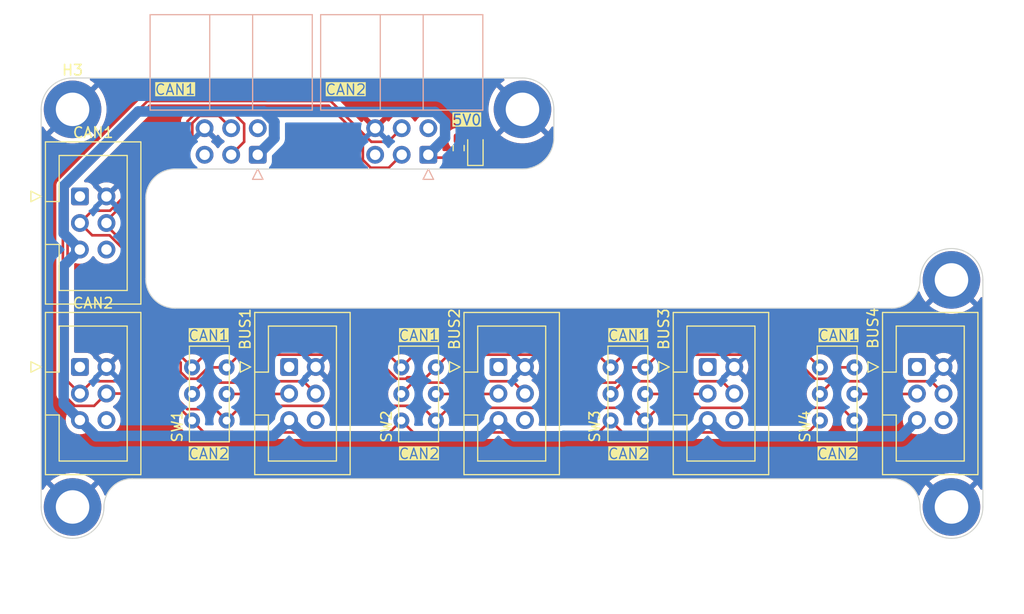
<source format=kicad_pcb>
(kicad_pcb (version 20221018) (generator pcbnew)
  (layers (0 "F.Cu" signal) (31 "B.Cu" signal) (34 "B.Paste" user) (35 "F.Paste" user) (36 "B.SilkS" user "B.Silkscreen") (37 "F.SilkS" user "F.Silkscreen") (38 "B.Mask" user) (39 "F.Mask" user) (44 "Edge.Cuts" user))
  (net 0 "")
  (net 1 "+5V")
  (net 2 "Net-(BUS1-Pin_3)")
  (net 3 "Net-(BUS1-Pin_4)")
  (net 4 "GND")
  (net 5 "Net-(BUS2-Pin_3)")
  (net 6 "Net-(BUS2-Pin_4)")
  (net 7 "Net-(BUS3-Pin_3)")
  (net 8 "Net-(BUS3-Pin_4)")
  (net 9 "Net-(BUS4-Pin_3)")
  (net 10 "Net-(BUS4-Pin_4)")
  (net 11 "CAN1-H")
  (net 12 "CAN1-L")
  (net 13 "CAN2-H")
  (net 14 "CAN2-L")
  (net 31 "Net-(D1-A)")
  (footprint "Robocon_Switch:IS-2235" (layer "F.Cu") (at 176.2 91.9 -90)
    (fp_text reference "SW4" (at 3.1 3.2 90 unlocked) (layer "F.SilkS"))
    (fp_text value "SW_DPDT_x2")
    (fp_line (start -4.572 -1.778) (end -4.572 2.032) (stroke (width 0.12)) (layer "F.SilkS"))
    (fp_line (start -4.572 2.032) (end 4.572 2.032) (stroke (width 0.12)) (layer "F.SilkS"))
    (fp_line (start 4.572 -1.778) (end -4.572 -1.778) (stroke (width 0.12)) (layer "F.SilkS"))
    (fp_line (start 4.572 -1.778) (end 4.572 2.032) (stroke (width 0.12)) (layer "F.SilkS"))
    (pad "1" thru_hole circle (at -2.54 -1.524 270) (size 1.524 1.524) (drill 0.762) (layers "*.Cu" "*.Mask") (net 11 "CAN1-H"))
    (pad "2" thru_hole circle (at 0 -1.524 270) (size 1.524 1.524) (drill 0.762) (layers "*.Cu" "*.Mask") (net 9 "Net-(BUS4-Pin_3)"))
    (pad "3" thru_hole circle (at 2.54 -1.524 270) (size 1.524 1.524) (drill 0.762) (layers "*.Cu" "*.Mask") (net 13 "CAN2-H"))
    (pad "4" thru_hole circle (at -2.54 1.778 270) (size 1.524 1.524) (drill 0.762) (layers "*.Cu" "*.Mask") (net 12 "CAN1-L"))
    (pad "5" thru_hole circle (at 0 1.778 270) (size 1.524 1.524) (drill 0.762) (layers "*.Cu" "*.Mask") (net 10 "Net-(BUS4-Pin_4)"))
    (pad "6" thru_hole circle (at 2.54 1.778 270) (size 1.524 1.524) (drill 0.762) (layers "*.Cu" "*.Mask") (net 14 "CAN2-L"))
  )
  (footprint "MountingHole:MountingHole_3.2mm_M3_ISO14580_Pad" (layer "F.Cu") (at 187 102.7)
    (fp_text reference "H2" hide)
    (fp_text value "MountingHole_Pad")
    (pad "1" thru_hole circle (at 0 0) (size 5.5 5.5) (drill 3.2) (layers "*.Cu" "*.Mask") (net 4 "GND"))
  )
  (footprint "Connector_IDC:IDC-Header_2x03_P2.54mm_Vertical" (layer "F.Cu") (at 103.7 73.02)
    (fp_text reference "CAN1" (at 1.27 -6.1) (layer "F.SilkS"))
    (fp_text value "Conn_02x03_Odd_Even")
    (fp_line (start -4.68 -0.5) (end -4.68 0.5) (stroke (width 0.12)) (layer "F.SilkS"))
    (fp_line (start -4.68 0.5) (end -3.68 0) (stroke (width 0.12)) (layer "F.SilkS"))
    (fp_line (start -3.68 0) (end -4.68 -0.5) (stroke (width 0.12)) (layer "F.SilkS"))
    (fp_line (start -3.29 -5.21) (end 5.83 -5.21) (stroke (width 0.12)) (layer "F.SilkS"))
    (fp_line (start -3.29 0.49) (end -1.98 0.49) (stroke (width 0.12)) (layer "F.SilkS"))
    (fp_line (start -3.29 10.29) (end -3.29 -5.21) (stroke (width 0.12)) (layer "F.SilkS"))
    (fp_line (start -1.98 -3.91) (end 4.52 -3.91) (stroke (width 0.12)) (layer "F.SilkS"))
    (fp_line (start -1.98 0.49) (end -1.98 -3.91) (stroke (width 0.12)) (layer "F.SilkS"))
    (fp_line (start -1.98 4.59) (end -3.29 4.59) (stroke (width 0.12)) (layer "F.SilkS"))
    (fp_line (start -1.98 4.59) (end -1.98 4.59) (stroke (width 0.12)) (layer "F.SilkS"))
    (fp_line (start -1.98 8.99) (end -1.98 4.59) (stroke (width 0.12)) (layer "F.SilkS"))
    (fp_line (start 4.52 -3.91) (end 4.52 8.99) (stroke (width 0.12)) (layer "F.SilkS"))
    (fp_line (start 4.52 8.99) (end -1.98 8.99) (stroke (width 0.12)) (layer "F.SilkS"))
    (fp_line (start 5.83 -5.21) (end 5.83 10.29) (stroke (width 0.12)) (layer "F.SilkS"))
    (fp_line (start 5.83 10.29) (end -3.29 10.29) (stroke (width 0.12)) (layer "F.SilkS"))
    (pad "1" thru_hole roundrect (at 0 0) (size 1.7 1.7) (drill 1) (layers "*.Cu" "*.Mask") (roundrect_rratio 0.1470588235))
    (pad "2" thru_hole circle (at 2.54 0) (size 1.7 1.7) (drill 1) (layers "*.Cu" "*.Mask") (net 4 "GND"))
    (pad "3" thru_hole circle (at 0 2.54) (size 1.7 1.7) (drill 1) (layers "*.Cu" "*.Mask") (net 11 "CAN1-H"))
    (pad "4" thru_hole circle (at 2.54 2.54) (size 1.7 1.7) (drill 1) (layers "*.Cu" "*.Mask") (net 12 "CAN1-L"))
    (pad "5" thru_hole circle (at 0 5.08) (size 1.7 1.7) (drill 1) (layers "*.Cu" "*.Mask") (net 1 "+5V"))
    (pad "6" thru_hole circle (at 2.54 5.08) (size 1.7 1.7) (drill 1) (layers "*.Cu" "*.Mask"))
  )
  (footprint "LED_SMD:LED_0603_1608Metric_Pad1.05x0.95mm_HandSolder" (layer "F.Cu") (at 141.5 68.4 90)
    (fp_text reference "D1" hide)
    (fp_text value "LED")
    (fp_line (start -1.66 -0.735) (end -1.66 0.735) (stroke (width 0.12)) (layer "F.SilkS"))
    (fp_line (start -1.66 0.735) (end 0.8 0.735) (stroke (width 0.12)) (layer "F.SilkS"))
    (fp_line (start 0.8 -0.735) (end -1.66 -0.735) (stroke (width 0.12)) (layer "F.SilkS"))
    (pad "1" smd roundrect (at -0.875 0 90) (size 1.05 0.95) (layers "F.Cu" "F.Paste" "F.Mask") (net 4 "GND"))
    (pad "2" smd roundrect (at 0.875 0 90) (size 1.05 0.95) (layers "F.Cu" "F.Paste" "F.Mask") (net 31 "Net-(D1-A)"))
  )
  (footprint "Connector_IDC:IDC-Header_2x03_P2.54mm_Vertical" (layer "F.Cu") (at 143.7 89.32)
    (fp_text reference "BUS2" (at -4.2 -3.62 90) (layer "F.SilkS"))
    (fp_text value "Conn_02x03_Odd_Even")
    (fp_line (start -4.68 -0.5) (end -4.68 0.5) (stroke (width 0.12)) (layer "F.SilkS"))
    (fp_line (start -4.68 0.5) (end -3.68 0) (stroke (width 0.12)) (layer "F.SilkS"))
    (fp_line (start -3.68 0) (end -4.68 -0.5) (stroke (width 0.12)) (layer "F.SilkS"))
    (fp_line (start -3.29 -5.21) (end 5.83 -5.21) (stroke (width 0.12)) (layer "F.SilkS"))
    (fp_line (start -3.29 0.49) (end -1.98 0.49) (stroke (width 0.12)) (layer "F.SilkS"))
    (fp_line (start -3.29 10.29) (end -3.29 -5.21) (stroke (width 0.12)) (layer "F.SilkS"))
    (fp_line (start -1.98 -3.91) (end 4.52 -3.91) (stroke (width 0.12)) (layer "F.SilkS"))
    (fp_line (start -1.98 0.49) (end -1.98 -3.91) (stroke (width 0.12)) (layer "F.SilkS"))
    (fp_line (start -1.98 4.59) (end -3.29 4.59) (stroke (width 0.12)) (layer "F.SilkS"))
    (fp_line (start -1.98 4.59) (end -1.98 4.59) (stroke (width 0.12)) (layer "F.SilkS"))
    (fp_line (start -1.98 8.99) (end -1.98 4.59) (stroke (width 0.12)) (layer "F.SilkS"))
    (fp_line (start 4.52 -3.91) (end 4.52 8.99) (stroke (width 0.12)) (layer "F.SilkS"))
    (fp_line (start 4.52 8.99) (end -1.98 8.99) (stroke (width 0.12)) (layer "F.SilkS"))
    (fp_line (start 5.83 -5.21) (end 5.83 10.29) (stroke (width 0.12)) (layer "F.SilkS"))
    (fp_line (start 5.83 10.29) (end -3.29 10.29) (stroke (width 0.12)) (layer "F.SilkS"))
    (pad "1" thru_hole roundrect (at 0 0) (size 1.7 1.7) (drill 1) (layers "*.Cu" "*.Mask") (roundrect_rratio 0.1470588235))
    (pad "2" thru_hole circle (at 2.54 0) (size 1.7 1.7) (drill 1) (layers "*.Cu" "*.Mask") (net 4 "GND"))
    (pad "3" thru_hole circle (at 0 2.54) (size 1.7 1.7) (drill 1) (layers "*.Cu" "*.Mask") (net 5 "Net-(BUS2-Pin_3)"))
    (pad "4" thru_hole circle (at 2.54 2.54) (size 1.7 1.7) (drill 1) (layers "*.Cu" "*.Mask") (net 6 "Net-(BUS2-Pin_4)"))
    (pad "5" thru_hole circle (at 0 5.08) (size 1.7 1.7) (drill 1) (layers "*.Cu" "*.Mask") (net 1 "+5V"))
    (pad "6" thru_hole circle (at 2.54 5.08) (size 1.7 1.7) (drill 1) (layers "*.Cu" "*.Mask"))
  )
  (footprint "Robocon_Switch:IS-2235" (layer "F.Cu") (at 156.2 91.9 -90)
    (fp_text reference "SW3" (at 3.1 3.3 90 unlocked) (layer "F.SilkS"))
    (fp_text value "SW_DPDT_x2")
    (fp_line (start -4.572 -1.778) (end -4.572 2.032) (stroke (width 0.12)) (layer "F.SilkS"))
    (fp_line (start -4.572 2.032) (end 4.572 2.032) (stroke (width 0.12)) (layer "F.SilkS"))
    (fp_line (start 4.572 -1.778) (end -4.572 -1.778) (stroke (width 0.12)) (layer "F.SilkS"))
    (fp_line (start 4.572 -1.778) (end 4.572 2.032) (stroke (width 0.12)) (layer "F.SilkS"))
    (pad "1" thru_hole circle (at -2.54 -1.524 270) (size 1.524 1.524) (drill 0.762) (layers "*.Cu" "*.Mask") (net 11 "CAN1-H"))
    (pad "2" thru_hole circle (at 0 -1.524 270) (size 1.524 1.524) (drill 0.762) (layers "*.Cu" "*.Mask") (net 7 "Net-(BUS3-Pin_3)"))
    (pad "3" thru_hole circle (at 2.54 -1.524 270) (size 1.524 1.524) (drill 0.762) (layers "*.Cu" "*.Mask") (net 13 "CAN2-H"))
    (pad "4" thru_hole circle (at -2.54 1.778 270) (size 1.524 1.524) (drill 0.762) (layers "*.Cu" "*.Mask") (net 12 "CAN1-L"))
    (pad "5" thru_hole circle (at 0 1.778 270) (size 1.524 1.524) (drill 0.762) (layers "*.Cu" "*.Mask") (net 8 "Net-(BUS3-Pin_4)"))
    (pad "6" thru_hole circle (at 2.54 1.778 270) (size 1.524 1.524) (drill 0.762) (layers "*.Cu" "*.Mask") (net 14 "CAN2-L"))
  )
  (footprint "Robocon_Switch:IS-2235" (layer "F.Cu") (at 136.2 91.9 -90)
    (fp_text reference "SW2" (at 3.1 3.2 90 unlocked) (layer "F.SilkS"))
    (fp_text value "SW_DPDT_x2")
    (fp_line (start -4.572 -1.778) (end -4.572 2.032) (stroke (width 0.12)) (layer "F.SilkS"))
    (fp_line (start -4.572 2.032) (end 4.572 2.032) (stroke (width 0.12)) (layer "F.SilkS"))
    (fp_line (start 4.572 -1.778) (end -4.572 -1.778) (stroke (width 0.12)) (layer "F.SilkS"))
    (fp_line (start 4.572 -1.778) (end 4.572 2.032) (stroke (width 0.12)) (layer "F.SilkS"))
    (pad "1" thru_hole circle (at -2.54 -1.524 270) (size 1.524 1.524) (drill 0.762) (layers "*.Cu" "*.Mask") (net 11 "CAN1-H"))
    (pad "2" thru_hole circle (at 0 -1.524 270) (size 1.524 1.524) (drill 0.762) (layers "*.Cu" "*.Mask") (net 5 "Net-(BUS2-Pin_3)"))
    (pad "3" thru_hole circle (at 2.54 -1.524 270) (size 1.524 1.524) (drill 0.762) (layers "*.Cu" "*.Mask") (net 13 "CAN2-H"))
    (pad "4" thru_hole circle (at -2.54 1.778 270) (size 1.524 1.524) (drill 0.762) (layers "*.Cu" "*.Mask") (net 12 "CAN1-L"))
    (pad "5" thru_hole circle (at 0 1.778 270) (size 1.524 1.524) (drill 0.762) (layers "*.Cu" "*.Mask") (net 6 "Net-(BUS2-Pin_4)"))
    (pad "6" thru_hole circle (at 2.54 1.778 270) (size 1.524 1.524) (drill 0.762) (layers "*.Cu" "*.Mask") (net 14 "CAN2-L"))
  )
  (footprint "Resistor_SMD:R_0603_1608Metric_Pad0.98x0.95mm_HandSolder" (layer "F.Cu") (at 139.9 68.4 90)
    (fp_text reference "R1" hide)
    (fp_text value "R")
    (fp_line (start -0.254724 -0.5225) (end 0.254724 -0.5225) (stroke (width 0.12)) (layer "F.SilkS"))
    (fp_line (start -0.254724 0.5225) (end 0.254724 0.5225) (stroke (width 0.12)) (layer "F.SilkS"))
    (pad "1" smd roundrect (at -0.9125 0 90) (size 0.975 0.95) (layers "F.Cu" "F.Paste" "F.Mask") (net 1 "+5V"))
    (pad "2" smd roundrect (at 0.9125 0 90) (size 0.975 0.95) (layers "F.Cu" "F.Paste" "F.Mask") (net 31 "Net-(D1-A)"))
  )
  (footprint "Robocon_Switch:IS-2235" (layer "F.Cu") (at 116.2 91.9 -90)
    (fp_text reference "SW1" (at 3.1 3.2 90 unlocked) (layer "F.SilkS"))
    (fp_text value "SW_DPDT_x2")
    (fp_line (start -4.572 -1.778) (end -4.572 2.032) (stroke (width 0.12)) (layer "F.SilkS"))
    (fp_line (start -4.572 2.032) (end 4.572 2.032) (stroke (width 0.12)) (layer "F.SilkS"))
    (fp_line (start 4.572 -1.778) (end -4.572 -1.778) (stroke (width 0.12)) (layer "F.SilkS"))
    (fp_line (start 4.572 -1.778) (end 4.572 2.032) (stroke (width 0.12)) (layer "F.SilkS"))
    (pad "1" thru_hole circle (at -2.54 -1.524 270) (size 1.524 1.524) (drill 0.762) (layers "*.Cu" "*.Mask") (net 11 "CAN1-H"))
    (pad "2" thru_hole circle (at 0 -1.524 270) (size 1.524 1.524) (drill 0.762) (layers "*.Cu" "*.Mask") (net 2 "Net-(BUS1-Pin_3)"))
    (pad "3" thru_hole circle (at 2.54 -1.524 270) (size 1.524 1.524) (drill 0.762) (layers "*.Cu" "*.Mask") (net 13 "CAN2-H"))
    (pad "4" thru_hole circle (at -2.54 1.778 270) (size 1.524 1.524) (drill 0.762) (layers "*.Cu" "*.Mask") (net 12 "CAN1-L"))
    (pad "5" thru_hole circle (at 0 1.778 270) (size 1.524 1.524) (drill 0.762) (layers "*.Cu" "*.Mask") (net 3 "Net-(BUS1-Pin_4)"))
    (pad "6" thru_hole circle (at 2.54 1.778 270) (size 1.524 1.524) (drill 0.762) (layers "*.Cu" "*.Mask") (net 14 "CAN2-L"))
  )
  (footprint "Connector_IDC:IDC-Header_2x03_P2.54mm_Vertical" (layer "F.Cu") (at 123.7 89.32)
    (fp_text reference "BUS1" (at -4.2 -3.62 90) (layer "F.SilkS"))
    (fp_text value "Conn_02x03_Odd_Even")
    (fp_line (start -4.68 -0.5) (end -4.68 0.5) (stroke (width 0.12)) (layer "F.SilkS"))
    (fp_line (start -4.68 0.5) (end -3.68 0) (stroke (width 0.12)) (layer "F.SilkS"))
    (fp_line (start -3.68 0) (end -4.68 -0.5) (stroke (width 0.12)) (layer "F.SilkS"))
    (fp_line (start -3.29 -5.21) (end 5.83 -5.21) (stroke (width 0.12)) (layer "F.SilkS"))
    (fp_line (start -3.29 0.49) (end -1.98 0.49) (stroke (width 0.12)) (layer "F.SilkS"))
    (fp_line (start -3.29 10.29) (end -3.29 -5.21) (stroke (width 0.12)) (layer "F.SilkS"))
    (fp_line (start -1.98 -3.91) (end 4.52 -3.91) (stroke (width 0.12)) (layer "F.SilkS"))
    (fp_line (start -1.98 0.49) (end -1.98 -3.91) (stroke (width 0.12)) (layer "F.SilkS"))
    (fp_line (start -1.98 4.59) (end -3.29 4.59) (stroke (width 0.12)) (layer "F.SilkS"))
    (fp_line (start -1.98 4.59) (end -1.98 4.59) (stroke (width 0.12)) (layer "F.SilkS"))
    (fp_line (start -1.98 8.99) (end -1.98 4.59) (stroke (width 0.12)) (layer "F.SilkS"))
    (fp_line (start 4.52 -3.91) (end 4.52 8.99) (stroke (width 0.12)) (layer "F.SilkS"))
    (fp_line (start 4.52 8.99) (end -1.98 8.99) (stroke (width 0.12)) (layer "F.SilkS"))
    (fp_line (start 5.83 -5.21) (end 5.83 10.29) (stroke (width 0.12)) (layer "F.SilkS"))
    (fp_line (start 5.83 10.29) (end -3.29 10.29) (stroke (width 0.12)) (layer "F.SilkS"))
    (pad "1" thru_hole roundrect (at 0 0) (size 1.7 1.7) (drill 1) (layers "*.Cu" "*.Mask") (roundrect_rratio 0.1470588235))
    (pad "2" thru_hole circle (at 2.54 0) (size 1.7 1.7) (drill 1) (layers "*.Cu" "*.Mask") (net 4 "GND"))
    (pad "3" thru_hole circle (at 0 2.54) (size 1.7 1.7) (drill 1) (layers "*.Cu" "*.Mask") (net 2 "Net-(BUS1-Pin_3)"))
    (pad "4" thru_hole circle (at 2.54 2.54) (size 1.7 1.7) (drill 1) (layers "*.Cu" "*.Mask") (net 3 "Net-(BUS1-Pin_4)"))
    (pad "5" thru_hole circle (at 0 5.08) (size 1.7 1.7) (drill 1) (layers "*.Cu" "*.Mask") (net 1 "+5V"))
    (pad "6" thru_hole circle (at 2.54 5.08) (size 1.7 1.7) (drill 1) (layers "*.Cu" "*.Mask"))
  )
  (footprint "Connector_IDC:IDC-Header_2x03_P2.54mm_Vertical" (layer "F.Cu") (at 183.7 89.32)
    (fp_text reference "BUS4" (at -4.2 -3.72 90) (layer "F.SilkS"))
    (fp_text value "Conn_02x03_Odd_Even")
    (fp_line (start -4.68 -0.5) (end -4.68 0.5) (stroke (width 0.12)) (layer "F.SilkS"))
    (fp_line (start -4.68 0.5) (end -3.68 0) (stroke (width 0.12)) (layer "F.SilkS"))
    (fp_line (start -3.68 0) (end -4.68 -0.5) (stroke (width 0.12)) (layer "F.SilkS"))
    (fp_line (start -3.29 -5.21) (end 5.83 -5.21) (stroke (width 0.12)) (layer "F.SilkS"))
    (fp_line (start -3.29 0.49) (end -1.98 0.49) (stroke (width 0.12)) (layer "F.SilkS"))
    (fp_line (start -3.29 10.29) (end -3.29 -5.21) (stroke (width 0.12)) (layer "F.SilkS"))
    (fp_line (start -1.98 -3.91) (end 4.52 -3.91) (stroke (width 0.12)) (layer "F.SilkS"))
    (fp_line (start -1.98 0.49) (end -1.98 -3.91) (stroke (width 0.12)) (layer "F.SilkS"))
    (fp_line (start -1.98 4.59) (end -3.29 4.59) (stroke (width 0.12)) (layer "F.SilkS"))
    (fp_line (start -1.98 4.59) (end -1.98 4.59) (stroke (width 0.12)) (layer "F.SilkS"))
    (fp_line (start -1.98 8.99) (end -1.98 4.59) (stroke (width 0.12)) (layer "F.SilkS"))
    (fp_line (start 4.52 -3.91) (end 4.52 8.99) (stroke (width 0.12)) (layer "F.SilkS"))
    (fp_line (start 4.52 8.99) (end -1.98 8.99) (stroke (width 0.12)) (layer "F.SilkS"))
    (fp_line (start 5.83 -5.21) (end 5.83 10.29) (stroke (width 0.12)) (layer "F.SilkS"))
    (fp_line (start 5.83 10.29) (end -3.29 10.29) (stroke (width 0.12)) (layer "F.SilkS"))
    (pad "1" thru_hole roundrect (at 0 0) (size 1.7 1.7) (drill 1) (layers "*.Cu" "*.Mask") (roundrect_rratio 0.1470588235))
    (pad "2" thru_hole circle (at 2.54 0) (size 1.7 1.7) (drill 1) (layers "*.Cu" "*.Mask") (net 4 "GND"))
    (pad "3" thru_hole circle (at 0 2.54) (size 1.7 1.7) (drill 1) (layers "*.Cu" "*.Mask") (net 9 "Net-(BUS4-Pin_3)"))
    (pad "4" thru_hole circle (at 2.54 2.54) (size 1.7 1.7) (drill 1) (layers "*.Cu" "*.Mask") (net 10 "Net-(BUS4-Pin_4)"))
    (pad "5" thru_hole circle (at 0 5.08) (size 1.7 1.7) (drill 1) (layers "*.Cu" "*.Mask") (net 1 "+5V"))
    (pad "6" thru_hole circle (at 2.54 5.08) (size 1.7 1.7) (drill 1) (layers "*.Cu" "*.Mask"))
  )
  (footprint "MountingHole:MountingHole_3.2mm_M3_ISO14580_Pad" (layer "F.Cu") (at 187 81)
    (fp_text reference "H1" hide)
    (fp_text value "MountingHole_Pad")
    (pad "1" thru_hole circle (at 0 0) (size 5.5 5.5) (drill 3.2) (layers "*.Cu" "*.Mask") (net 4 "GND"))
  )
  (footprint "MountingHole:MountingHole_3.2mm_M3_ISO14580_Pad" (layer "F.Cu") (at 103 102.7)
    (fp_text reference "H4" hide)
    (fp_text value "MountingHole_Pad")
    (pad "1" thru_hole circle (at 0 0) (size 5.5 5.5) (drill 3.2) (layers "*.Cu" "*.Mask") (net 4 "GND"))
  )
  (footprint "MountingHole:MountingHole_3.2mm_M3_ISO14580_Pad" (layer "F.Cu") (at 146 64.7)
    (fp_text reference "H5" hide)
    (fp_text value "MountingHole_Pad")
    (pad "1" thru_hole circle (at 0 0) (size 5.5 5.5) (drill 3.2) (layers "*.Cu" "*.Mask") (net 4 "GND"))
  )
  (footprint "Connector_IDC:IDC-Header_2x03_P2.54mm_Vertical" (layer "F.Cu") (at 103.7 89.32)
    (fp_text reference "CAN2" (at 1.27 -6.1) (layer "F.SilkS"))
    (fp_text value "Conn_02x03_Odd_Even")
    (fp_line (start -4.68 -0.5) (end -4.68 0.5) (stroke (width 0.12)) (layer "F.SilkS"))
    (fp_line (start -4.68 0.5) (end -3.68 0) (stroke (width 0.12)) (layer "F.SilkS"))
    (fp_line (start -3.68 0) (end -4.68 -0.5) (stroke (width 0.12)) (layer "F.SilkS"))
    (fp_line (start -3.29 -5.21) (end 5.83 -5.21) (stroke (width 0.12)) (layer "F.SilkS"))
    (fp_line (start -3.29 0.49) (end -1.98 0.49) (stroke (width 0.12)) (layer "F.SilkS"))
    (fp_line (start -3.29 10.29) (end -3.29 -5.21) (stroke (width 0.12)) (layer "F.SilkS"))
    (fp_line (start -1.98 -3.91) (end 4.52 -3.91) (stroke (width 0.12)) (layer "F.SilkS"))
    (fp_line (start -1.98 0.49) (end -1.98 -3.91) (stroke (width 0.12)) (layer "F.SilkS"))
    (fp_line (start -1.98 4.59) (end -3.29 4.59) (stroke (width 0.12)) (layer "F.SilkS"))
    (fp_line (start -1.98 4.59) (end -1.98 4.59) (stroke (width 0.12)) (layer "F.SilkS"))
    (fp_line (start -1.98 8.99) (end -1.98 4.59) (stroke (width 0.12)) (layer "F.SilkS"))
    (fp_line (start 4.52 -3.91) (end 4.52 8.99) (stroke (width 0.12)) (layer "F.SilkS"))
    (fp_line (start 4.52 8.99) (end -1.98 8.99) (stroke (width 0.12)) (layer "F.SilkS"))
    (fp_line (start 5.83 -5.21) (end 5.83 10.29) (stroke (width 0.12)) (layer "F.SilkS"))
    (fp_line (start 5.83 10.29) (end -3.29 10.29) (stroke (width 0.12)) (layer "F.SilkS"))
    (pad "1" thru_hole roundrect (at 0 0) (size 1.7 1.7) (drill 1) (layers "*.Cu" "*.Mask") (roundrect_rratio 0.1470588235))
    (pad "2" thru_hole circle (at 2.54 0) (size 1.7 1.7) (drill 1) (layers "*.Cu" "*.Mask") (net 4 "GND"))
    (pad "3" thru_hole circle (at 0 2.54) (size 1.7 1.7) (drill 1) (layers "*.Cu" "*.Mask") (net 13 "CAN2-H"))
    (pad "4" thru_hole circle (at 2.54 2.54) (size 1.7 1.7) (drill 1) (layers "*.Cu" "*.Mask") (net 14 "CAN2-L"))
    (pad "5" thru_hole circle (at 0 5.08) (size 1.7 1.7) (drill 1) (layers "*.Cu" "*.Mask") (net 1 "+5V"))
    (pad "6" thru_hole circle (at 2.54 5.08) (size 1.7 1.7) (drill 1) (layers "*.Cu" "*.Mask"))
  )
  (footprint "MountingHole:MountingHole_3.2mm_M3_ISO14580_Pad" (layer "F.Cu") (at 103 64.7)
    (fp_text reference "H3" (at 0 -3.75) (layer "F.SilkS"))
    (fp_text value "MountingHole_Pad")
    (pad "1" thru_hole circle (at 0 0) (size 5.5 5.5) (drill 3.2) (layers "*.Cu" "*.Mask") (net 4 "GND"))
  )
  (footprint "Connector_IDC:IDC-Header_2x03_P2.54mm_Vertical" (layer "F.Cu") (at 163.7 89.32)
    (fp_text reference "BUS3" (at -4.2 -3.62 90) (layer "F.SilkS"))
    (fp_text value "Conn_02x03_Odd_Even")
    (fp_line (start -4.68 -0.5) (end -4.68 0.5) (stroke (width 0.12)) (layer "F.SilkS"))
    (fp_line (start -4.68 0.5) (end -3.68 0) (stroke (width 0.12)) (layer "F.SilkS"))
    (fp_line (start -3.68 0) (end -4.68 -0.5) (stroke (width 0.12)) (layer "F.SilkS"))
    (fp_line (start -3.29 -5.21) (end 5.83 -5.21) (stroke (width 0.12)) (layer "F.SilkS"))
    (fp_line (start -3.29 0.49) (end -1.98 0.49) (stroke (width 0.12)) (layer "F.SilkS"))
    (fp_line (start -3.29 10.29) (end -3.29 -5.21) (stroke (width 0.12)) (layer "F.SilkS"))
    (fp_line (start -1.98 -3.91) (end 4.52 -3.91) (stroke (width 0.12)) (layer "F.SilkS"))
    (fp_line (start -1.98 0.49) (end -1.98 -3.91) (stroke (width 0.12)) (layer "F.SilkS"))
    (fp_line (start -1.98 4.59) (end -3.29 4.59) (stroke (width 0.12)) (layer "F.SilkS"))
    (fp_line (start -1.98 4.59) (end -1.98 4.59) (stroke (width 0.12)) (layer "F.SilkS"))
    (fp_line (start -1.98 8.99) (end -1.98 4.59) (stroke (width 0.12)) (layer "F.SilkS"))
    (fp_line (start 4.52 -3.91) (end 4.52 8.99) (stroke (width 0.12)) (layer "F.SilkS"))
    (fp_line (start 4.52 8.99) (end -1.98 8.99) (stroke (width 0.12)) (layer "F.SilkS"))
    (fp_line (start 5.83 -5.21) (end 5.83 10.29) (stroke (width 0.12)) (layer "F.SilkS"))
    (fp_line (start 5.83 10.29) (end -3.29 10.29) (stroke (width 0.12)) (layer "F.SilkS"))
    (pad "1" thru_hole roundrect (at 0 0) (size 1.7 1.7) (drill 1) (layers "*.Cu" "*.Mask") (roundrect_rratio 0.1470588235))
    (pad "2" thru_hole circle (at 2.54 0) (size 1.7 1.7) (drill 1) (layers "*.Cu" "*.Mask") (net 4 "GND"))
    (pad "3" thru_hole circle (at 0 2.54) (size 1.7 1.7) (drill 1) (layers "*.Cu" "*.Mask") (net 7 "Net-(BUS3-Pin_3)"))
    (pad "4" thru_hole circle (at 2.54 2.54) (size 1.7 1.7) (drill 1) (layers "*.Cu" "*.Mask") (net 8 "Net-(BUS3-Pin_4)"))
    (pad "5" thru_hole circle (at 0 5.08) (size 1.7 1.7) (drill 1) (layers "*.Cu" "*.Mask") (net 1 "+5V"))
    (pad "6" thru_hole circle (at 2.54 5.08) (size 1.7 1.7) (drill 1) (layers "*.Cu" "*.Mask"))
  )
  (footprint "Connector_IDC:IDC-Header_2x03_P2.54mm_Horizontal" (layer "B.Cu") (at 120.7 69.04 90)
    (fp_text reference "CAN1-OUT1" hide)
    (fp_text value "Conn_02x03_Odd_Even")
    (fp_line (start -2.35 -0.5) (end -1.35 0) (stroke (width 0.12)) (layer "B.SilkS"))
    (fp_line (start -2.35 0.5) (end -2.35 -0.5) (stroke (width 0.12)) (layer "B.SilkS"))
    (fp_line (start -1.35 0) (end -2.35 0.5) (stroke (width 0.12)) (layer "B.SilkS"))
    (fp_line (start 4.27 -10.29) (end 4.27 5.21) (stroke (width 0.12)) (layer "B.SilkS"))
    (fp_line (start 4.27 -4.59) (end 13.39 -4.59) (stroke (width 0.12)) (layer "B.SilkS"))
    (fp_line (start 4.27 -0.49) (end 13.39 -0.49) (stroke (width 0.12)) (layer "B.SilkS"))
    (fp_line (start 4.27 5.21) (end 13.39 5.21) (stroke (width 0.12)) (layer "B.SilkS"))
    (fp_line (start 13.39 -10.29) (end 4.27 -10.29) (stroke (width 0.12)) (layer "B.SilkS"))
    (fp_line (start 13.39 5.21) (end 13.39 -10.29) (stroke (width 0.12)) (layer "B.SilkS"))
    (pad "1" thru_hole roundrect (at 0 0 90) (size 1.7 1.7) (drill 1) (layers "*.Cu" "*.Mask") (roundrect_rratio 0.1470588235) (net 1 "+5V"))
    (pad "2" thru_hole circle (at 2.54 0 90) (size 1.7 1.7) (drill 1) (layers "*.Cu" "*.Mask"))
    (pad "3" thru_hole circle (at 0 -2.54 90) (size 1.7 1.7) (drill 1) (layers "*.Cu" "*.Mask") (net 11 "CAN1-H"))
    (pad "4" thru_hole circle (at 2.54 -2.54 90) (size 1.7 1.7) (drill 1) (layers "*.Cu" "*.Mask") (net 12 "CAN1-L"))
    (pad "5" thru_hole circle (at 0 -5.08 90) (size 1.7 1.7) (drill 1) (layers "*.Cu" "*.Mask"))
    (pad "6" thru_hole circle (at 2.54 -5.08 90) (size 1.7 1.7) (drill 1) (layers "*.Cu" "*.Mask") (net 4 "GND"))
  )
  (footprint "Connector_IDC:IDC-Header_2x03_P2.54mm_Horizontal" (layer "B.Cu") (at 137 69.04 90)
    (fp_text reference "CAN2-OUT1" hide)
    (fp_text value "Conn_02x03_Odd_Even")
    (fp_line (start -2.35 -0.5) (end -1.35 0) (stroke (width 0.12)) (layer "B.SilkS"))
    (fp_line (start -2.35 0.5) (end -2.35 -0.5) (stroke (width 0.12)) (layer "B.SilkS"))
    (fp_line (start -1.35 0) (end -2.35 0.5) (stroke (width 0.12)) (layer "B.SilkS"))
    (fp_line (start 4.27 -10.29) (end 4.27 5.21) (stroke (width 0.12)) (layer "B.SilkS"))
    (fp_line (start 4.27 -4.59) (end 13.39 -4.59) (stroke (width 0.12)) (layer "B.SilkS"))
    (fp_line (start 4.27 -0.49) (end 13.39 -0.49) (stroke (width 0.12)) (layer "B.SilkS"))
    (fp_line (start 4.27 5.21) (end 13.39 5.21) (stroke (width 0.12)) (layer "B.SilkS"))
    (fp_line (start 13.39 -10.29) (end 4.27 -10.29) (stroke (width 0.12)) (layer "B.SilkS"))
    (fp_line (start 13.39 5.21) (end 13.39 -10.29) (stroke (width 0.12)) (layer "B.SilkS"))
    (pad "1" thru_hole roundrect (at 0 0 90) (size 1.7 1.7) (drill 1) (layers "*.Cu" "*.Mask") (roundrect_rratio 0.1470588235) (net 1 "+5V"))
    (pad "2" thru_hole circle (at 2.54 0 90) (size 1.7 1.7) (drill 1) (layers "*.Cu" "*.Mask"))
    (pad "3" thru_hole circle (at 0 -2.54 90) (size 1.7 1.7) (drill 1) (layers "*.Cu" "*.Mask") (net 13 "CAN2-H"))
    (pad "4" thru_hole circle (at 2.54 -2.54 90) (size 1.7 1.7) (drill 1) (layers "*.Cu" "*.Mask") (net 14 "CAN2-L"))
    (pad "5" thru_hole circle (at 0 -5.08 90) (size 1.7 1.7) (drill 1) (layers "*.Cu" "*.Mask"))
    (pad "6" thru_hole circle (at 2.54 -5.08 90) (size 1.7 1.7) (drill 1) (layers "*.Cu" "*.Mask") (net 4 "GND"))
  )
  (gr_arc (start 106 102.7) (mid 106.790812 100.790812) (end 108.7 100) (stroke (width 0.1)) (layer "Edge.Cuts"))
  (gr_line (start 112.799999 70.399999) (end 146 70.4) (stroke (width 0.1)) (layer "Edge.Cuts"))
  (gr_line (start 149 64.7) (end 149 67.4) (stroke (width 0.1)) (layer "Edge.Cuts"))
  (gr_line (start 190 102.7) (end 190 81) (stroke (width 0.1)) (layer "Edge.Cuts"))
  (gr_arc (start 190 102.7) (mid 189.12132 104.82132) (end 187 105.7) (stroke (width 0.1)) (layer "Edge.Cuts"))
  (gr_line (start 181.3 100) (end 108.7 100) (stroke (width 0.1)) (layer "Edge.Cuts"))
  (gr_arc (start 100 64.7) (mid 100.87868 62.57868) (end 103 61.7) (stroke (width 0.1)) (layer "Edge.Cuts"))
  (gr_arc (start 106 102.7) (mid 105.12132 104.82132) (end 103 105.7) (stroke (width 0.1)) (layer "Edge.Cuts"))
  (gr_arc (start 149 67.4) (mid 148.12132 69.52132) (end 146 70.4) (stroke (width 0.1)) (layer "Edge.Cuts"))
  (gr_arc (start 184 81) (mid 187 78) (end 190 81) (stroke (width 0.1)) (layer "Edge.Cuts"))
  (gr_line (start 109.999999 73.199999) (end 110 80.9) (stroke (width 0.1)) (layer "Edge.Cuts"))
  (gr_arc (start 181.3 100) (mid 183.209188 100.790812) (end 184 102.7) (stroke (width 0.1)) (layer "Edge.Cuts"))
  (gr_arc (start 112.8 83.7) (mid 110.820101 82.879899) (end 110 80.9) (stroke (width 0.1)) (layer "Edge.Cuts"))
  (gr_arc (start 109.999999 73.199999) (mid 110.8201 71.2201) (end 112.799999 70.399999) (stroke (width 0.1)) (layer "Edge.Cuts"))
  (gr_line (start 107 61.7) (end 146 61.7) (stroke (width 0.1)) (layer "Edge.Cuts"))
  (gr_arc (start 146 61.7) (mid 148.12132 62.57868) (end 149 64.7) (stroke (width 0.1)) (layer "Edge.Cuts"))
  (gr_line (start 100 102.7) (end 100 64.7) (stroke (width 0.1)) (layer "Edge.Cuts"))
  (gr_line (start 107 61.7) (end 103 61.7) (stroke (width 0.1)) (layer "Edge.Cuts"))
  (gr_arc (start 103 105.7) (mid 100.87868 104.82132) (end 100 102.7) (stroke (width 0.1)) (layer "Edge.Cuts"))
  (gr_arc (start 187 105.7) (mid 184.87868 104.82132) (end 184 102.7) (stroke (width 0.1)) (layer "Edge.Cuts"))
  (gr_arc (start 184 81) (mid 183.209188 82.909188) (end 181.3 83.7) (stroke (width 0.1)) (layer "Edge.Cuts"))
  (gr_line (start 181.3 83.7) (end 112.8 83.7) (stroke (width 0.1)) (layer "Edge.Cuts"))
  (gr_text "CAN1" (at 154.1 86.9) (layer "F.SilkS" knockout) (effects (font (size 1 1) (thickness 0.125)) (justify left bottom)))
  (gr_text "CAN2" (at 114 98.2) (layer "F.SilkS" knockout) (effects (font (size 1 1) (thickness 0.125)) (justify left bottom)))
  (gr_text "CAN1" (at 110.8 63.4) (layer "F.SilkS" knockout) (effects (font (size 1 1) (thickness 0.125)) (justify left bottom)))
  (gr_text "CAN2" (at 174.1 98.2) (layer "F.SilkS" knockout) (effects (font (size 1 1) (thickness 0.125)) (justify left bottom)))
  (gr_text "5V0" (at 139.2 66.3) (layer "F.SilkS" knockout) (effects (font (size 1 1)) (justify left bottom)))
  (gr_text "CAN1" (at 134.1 86.9) (layer "F.SilkS" knockout) (effects (font (size 1 1) (thickness 0.125)) (justify left bottom)))
  (gr_text "CAN2" (at 154.1 98.2) (layer "F.SilkS" knockout) (effects (font (size 1 1) (thickness 0.125)) (justify left bottom)))
  (gr_text "CAN1" (at 114 86.9) (layer "F.SilkS" knockout) (effects (font (size 1 1) (thickness 0.125)) (justify left bottom)))
  (gr_text "CAN2" (at 134.1 98.2) (layer "F.SilkS" knockout) (effects (font (size 1 1) (thickness 0.125)) (justify left bottom)))
  (gr_text "CAN2" (at 127.1 63.4) (layer "F.SilkS" knockout) (effects (font (size 1 1) (thickness 0.125)) (justify left bottom)))
  (gr_text "CAN1" (at 174.2 86.9) (layer "F.SilkS" knockout) (effects (font (size 1 1) (thickness 0.125)) (justify left bottom)))
  (segment (start 139.9 69.3125) (end 137.2725 69.3125) (width 0.25) (layer "F.Cu") (net 1))
  (segment (start 137.2725 69.3125) (end 137 69.04) (width 0.25) (layer "F.Cu") (net 1))
  (segment (start 103.7 94.4) (end 102.15 92.85) (width 1) (layer "B.Cu") (net 1))
  (segment (start 149.886032 95.95) (end 145.25 95.95) (width 1) (layer "B.Cu") (net 1))
  (segment (start 137.642032 64.95) (end 138.6 65.907968) (width 1) (layer "B.Cu") (net 1))
  (segment (start 125.25 95.95) (end 123.7 94.4) (width 1) (layer "B.Cu") (net 1))
  (segment (start 138.6 65.907968) (end 138.6 67.44) (width 1) (layer "B.Cu") (net 1))
  (segment (start 122.198 95.902) (end 107.302 95.902) (width 1) (layer "B.Cu") (net 1))
  (segment (start 121.342032 64.95) (end 137.642032 64.95) (width 1) (layer "B.Cu") (net 1))
  (segment (start 103.7 78.1) (end 102.15 76.55) (width 1) (layer "B.Cu") (net 1))
  (segment (start 165.25 95.95) (end 163.7 94.4) (width 1) (layer "B.Cu") (net 1))
  (segment (start 182.15 95.95) (end 165.25 95.95) (width 1) (layer "B.Cu") (net 1))
  (segment (start 143.7 94.4) (end 142.15 95.95) (width 1) (layer "B.Cu") (net 1))
  (segment (start 145.25 95.95) (end 143.7 94.4) (width 1) (layer "B.Cu") (net 1))
  (segment (start 163.7 94.4) (end 162.198 95.902) (width 1) (layer "B.Cu") (net 1))
  (segment (start 122.3 67.44) (end 120.7 69.04) (width 1) (layer "B.Cu") (net 1))
  (segment (start 138.6 67.44) (end 137 69.04) (width 1) (layer "B.Cu") (net 1))
  (segment (start 149.934032 95.902) (end 149.886032 95.95) (width 1) (layer "B.Cu") (net 1))
  (segment (start 109.276497 64.9) (end 121.292032 64.9) (width 1) (layer "B.Cu") (net 1))
  (segment (start 102.15 92.85) (end 102.15 79.65) (width 1) (layer "B.Cu") (net 1))
  (segment (start 102.15 76.55) (end 102.15 72.026497) (width 1) (layer "B.Cu") (net 1))
  (segment (start 107.254 95.95) (end 105.25 95.95) (width 1) (layer "B.Cu") (net 1))
  (segment (start 162.198 95.902) (end 149.934032 95.902) (width 1) (layer "B.Cu") (net 1))
  (segment (start 120.7 69.04) (end 122.25 67.49) (width 1) (layer "B.Cu") (net 1))
  (segment (start 105.25 95.95) (end 103.7 94.4) (width 1) (layer "B.Cu") (net 1))
  (segment (start 102.15 72.026497) (end 109.276497 64.9) (width 1) (layer "B.Cu") (net 1))
  (segment (start 121.292032 64.9) (end 122.3 65.907968) (width 1) (layer "B.Cu") (net 1))
  (segment (start 183.7 94.4) (end 182.15 95.95) (width 1) (layer "B.Cu") (net 1))
  (segment (start 122.25 67.49) (end 122.25 65.857968) (width 1) (layer "B.Cu") (net 1))
  (segment (start 122.25 65.857968) (end 121.342032 64.95) (width 1) (layer "B.Cu") (net 1))
  (segment (start 123.7 94.4) (end 122.198 95.902) (width 1) (layer "B.Cu") (net 1))
  (segment (start 102.15 79.65) (end 103.7 78.1) (width 1) (layer "B.Cu") (net 1))
  (segment (start 107.302 95.902) (end 107.254 95.95) (width 1) (layer "B.Cu") (net 1))
  (segment (start 122.3 65.907968) (end 122.3 67.44) (width 1) (layer "B.Cu") (net 1))
  (segment (start 142.15 95.95) (end 125.25 95.95) (width 1) (layer "B.Cu") (net 1))
  (segment (start 117.724 91.9) (end 123.66 91.9) (width 0.25) (layer "F.Cu") (net 2))
  (segment (start 123.66 91.9) (end 123.7 91.86) (width 0.25) (layer "F.Cu") (net 2))
  (segment (start 122.639299 90.685) (end 125.065 90.685) (width 0.25) (layer "F.Cu") (net 3))
  (segment (start 122.511299 90.813) (end 122.639299 90.685) (width 0.25) (layer "F.Cu") (net 3))
  (segment (start 115.509 90.813) (end 122.511299 90.813) (width 0.25) (layer "F.Cu") (net 3))
  (segment (start 125.065 90.685) (end 126.24 91.86) (width 0.25) (layer "F.Cu") (net 3))
  (segment (start 114.422 91.9) (end 115.509 90.813) (width 0.25) (layer "F.Cu") (net 3))
  (segment (start 143.66 91.9) (end 143.7 91.86) (width 0.25) (layer "F.Cu") (net 5))
  (segment (start 137.724 91.9) (end 143.66 91.9) (width 0.25) (layer "F.Cu") (net 5))
  (segment (start 138.541 90.685) (end 145.065 90.685) (width 0.25) (layer "F.Cu") (net 6))
  (segment (start 138.413 90.813) (end 138.541 90.685) (width 0.25) (layer "F.Cu") (net 6))
  (segment (start 134.422 91.9) (end 135.509 90.813) (width 0.25) (layer "F.Cu") (net 6))
  (segment (start 135.509 90.813) (end 138.413 90.813) (width 0.25) (layer "F.Cu") (net 6))
  (segment (start 145.065 90.685) (end 146.24 91.86) (width 0.25) (layer "F.Cu") (net 6))
  (segment (start 157.724 91.9) (end 163.66 91.9) (width 0.25) (layer "F.Cu") (net 7))
  (segment (start 163.66 91.9) (end 163.7 91.86) (width 0.25) (layer "F.Cu") (net 7))
  (segment (start 155.637 90.685) (end 165.065 90.685) (width 0.25) (layer "F.Cu") (net 8))
  (segment (start 154.422 91.9) (end 155.637 90.685) (width 0.25) (layer "F.Cu") (net 8))
  (segment (start 165.065 90.685) (end 166.24 91.86) (width 0.25) (layer "F.Cu") (net 8))
  (segment (start 177.724 91.9) (end 183.66 91.9) (width 0.25) (layer "F.Cu") (net 9))
  (segment (start 183.66 91.9) (end 183.7 91.86) (width 0.25) (layer "F.Cu") (net 9))
  (segment (start 185.065 90.685) (end 186.24 91.86) (width 0.25) (layer "F.Cu") (net 10))
  (segment (start 175.637 90.685) (end 185.065 90.685) (width 0.25) (layer "F.Cu") (net 10))
  (segment (start 174.422 91.9) (end 175.637 90.685) (width 0.25) (layer "F.Cu") (net 10))
  (segment (start 136.784 90.3) (end 137.724 89.36) (width 0.25) (layer "F.Cu") (net 11))
  (segment (start 104.875 74.385) (end 106.578604 74.385) (width 0.25) (layer "F.Cu") (net 11))
  (segment (start 157.724 89.36) (end 158.939 88.145) (width 0.25) (layer "F.Cu") (net 11))
  (segment (start 113.971749 90.447) (end 113.335176 89.810427) (width 0.25) (layer "F.Cu") (net 11))
  (segment (start 138.939 88.145) (end 149.48 88.145) (width 0.25) (layer "F.Cu") (net 11))
  (segment (start 106.536701 76.735) (end 104.875 76.735) (width 0.25) (layer "F.Cu") (net 11))
  (segment (start 134.853 90.447) (end 135 90.3) (width 0.25) (layer "F.Cu") (net 11))
  (segment (start 103.7 75.56) (end 104.875 74.385) (width 0.25) (layer "F.Cu") (net 11))
  (segment (start 113.995 65.826903) (end 114.946903 64.875) (width 0.25) (layer "F.Cu") (net 11))
  (segment (start 117.724 89.36) (end 115.959251 89.36) (width 0.25) (layer "F.Cu") (net 11))
  (segment (start 137.724 89.36) (end 138.939 88.145) (width 0.25) (layer "F.Cu") (net 11))
  (segment (start 114.946903 64.875) (end 118.196701 64.875) (width 0.25) (layer "F.Cu") (net 11))
  (segment (start 106.578604 74.385) (end 113.995 66.968604) (width 0.25) (layer "F.Cu") (net 11))
  (segment (start 115.959251 89.36) (end 114.872251 90.447) (width 0.25) (layer "F.Cu") (net 11))
  (segment (start 173.947 90.447) (end 175.238604 90.447) (width 0.25) (layer "F.Cu") (net 11))
  (segment (start 158.939 88.145) (end 171.645 88.145) (width 0.25) (layer "F.Cu") (net 11))
  (segment (start 156.325605 89.36) (end 157.724 89.36) (width 0.25) (layer "F.Cu") (net 11))
  (segment (start 149.48 88.145) (end 152.148177 90.813177) (width 0.25) (layer "F.Cu") (net 11))
  (segment (start 135 90.3) (end 136.784 90.3) (width 0.25) (layer "F.Cu") (net 11))
  (segment (start 176.325604 89.36) (end 177.724 89.36) (width 0.25) (layer "F.Cu") (net 11))
  (segment (start 109.422673 79.620972) (end 106.536701 76.735) (width 0.25) (layer "F.Cu") (net 11))
  (segment (start 113.335176 89.810427) (end 113.335176 88.909572) (width 0.25) (layer "F.Cu") (net 11))
  (segment (start 119.4 67.8) (end 118.16 69.04) (width 0.25) (layer "F.Cu") (net 11))
  (segment (start 104.875 76.735) (end 103.7 75.56) (width 0.25) (layer "F.Cu") (net 11))
  (segment (start 118.939 88.145) (end 131.669749 88.145) (width 0.25) (layer "F.Cu") (net 11))
  (segment (start 119.4 66.078299) (end 119.4 67.8) (width 0.25) (layer "F.Cu") (net 11))
  (segment (start 117.724 89.36) (end 118.939 88.145) (width 0.25) (layer "F.Cu") (net 11))
  (segment (start 118.196701 64.875) (end 119.4 66.078299) (width 0.25) (layer "F.Cu") (net 11))
  (segment (start 113.995 66.968604) (end 113.995 65.826903) (width 0.25) (layer "F.Cu") (net 11))
  (segment (start 171.645 88.145) (end 173.947 90.447) (width 0.25) (layer "F.Cu") (net 11))
  (segment (start 154.872428 90.813177) (end 156.325605 89.36) (width 0.25) (layer "F.Cu") (net 11))
  (segment (start 133.971749 90.447) (end 134.853 90.447) (width 0.25) (layer "F.Cu") (net 11))
  (segment (start 152.148177 90.813177) (end 154.872428 90.813177) (width 0.25) (layer "F.Cu") (net 11))
  (segment (start 109.422673 84.997069) (end 109.422673 79.620972) (width 0.25) (layer "F.Cu") (net 11))
  (segment (start 113.335176 88.909572) (end 109.422673 84.997069) (width 0.25) (layer "F.Cu") (net 11))
  (segment (start 114.872251 90.447) (end 113.971749 90.447) (width 0.25) (layer "F.Cu") (net 11))
  (segment (start 175.238604 90.447) (end 176.325604 89.36) (width 0.25) (layer "F.Cu") (net 11))
  (segment (start 131.669749 88.145) (end 133.971749 90.447) (width 0.25) (layer "F.Cu") (net 11))
  (segment (start 156.087 87.695) (end 154.422 89.36) (width 0.25) (layer "F.Cu") (net 12))
  (segment (start 174.422 89.36) (end 172.757 87.695) (width 0.25) (layer "F.Cu") (net 12))
  (segment (start 114.445 67.155) (end 106.24 75.36) (width 0.25) (layer "F.Cu") (net 12))
  (segment (start 152.757 87.695) (end 154.422 89.36) (width 0.25) (layer "F.Cu") (net 12))
  (segment (start 106.24 75.56) (end 106.24 75.801903) (width 0.25) (layer "F.Cu") (net 12))
  (segment (start 114.422 89.36) (end 116.087 87.695) (width 0.25) (layer "F.Cu") (net 12))
  (segment (start 116.985 65.325) (end 115.133299 65.325) (width 0.25) (layer "F.Cu") (net 12))
  (segment (start 109.872673 79.434576) (end 109.872673 84.810673) (width 0.25) (layer "F.Cu") (net 12))
  (segment (start 118.16 66.5) (end 116.985 65.325) (width 0.25) (layer "F.Cu") (net 12))
  (segment (start 136.087 87.695) (end 152.757 87.695) (width 0.25) (layer "F.Cu") (net 12))
  (segment (start 114.445 66.013299) (end 114.445 67.155) (width 0.25) (layer "F.Cu") (net 12))
  (segment (start 172.757 87.695) (end 156.087 87.695) (width 0.25) (layer "F.Cu") (net 12))
  (segment (start 134.422 89.36) (end 136.087 87.695) (width 0.25) (layer "F.Cu") (net 12))
  (segment (start 109.872673 84.810673) (end 114.422 89.36) (width 0.25) (layer "F.Cu") (net 12))
  (segment (start 106.24 75.36) (end 106.24 75.56) (width 0.25) (layer "F.Cu") (net 12))
  (segment (start 132.757 87.695) (end 134.422 89.36) (width 0.25) (layer "F.Cu") (net 12))
  (segment (start 106.24 75.801903) (end 109.872673 79.434576) (width 0.25) (layer "F.Cu") (net 12))
  (segment (start 115.133299 65.325) (end 114.445 66.013299) (width 0.25) (layer "F.Cu") (net 12))
  (segment (start 116.087 87.695) (end 132.757 87.695) (width 0.25) (layer "F.Cu") (net 12))
  (segment (start 134.46 69.04) (end 133.225 70.275) (width 0.25) (layer "F.Cu") (net 13))
  (segment (start 102.525 90.685) (end 103.7 91.86) (width 0.25) (layer "F.Cu") (net 13))
  (segment (start 102.525 72.181827) (end 102.525 90.685) (width 0.25) (layer "F.Cu") (net 13))
  (segment (start 127.471903 64.35) (end 110.356827 64.35) (width 0.25) (layer "F.Cu") (net 13))
  (segment (start 116.637 93.353) (end 117.724 94.44) (width 0.25) (layer "F.Cu") (net 13))
  (segment (start 137.724 94.44) (end 138.939 93.225) (width 0.25) (layer "F.Cu") (net 13))
  (segment (start 136.319 93.035) (end 137.724 94.44) (width 0.25) (layer "F.Cu") (net 13))
  (segment (start 138.939 93.225) (end 156.509 93.225) (width 0.25) (layer "F.Cu") (net 13))
  (segment (start 130.745 67.623097) (end 127.471903 64.35) (width 0.25) (layer "F.Cu") (net 13))
  (segment (start 133.225 70.275) (end 131.493299 70.275) (width 0.25) (layer "F.Cu") (net 13))
  (segment (start 104.875 90.685) (end 111.303396 90.685) (width 0.25) (layer "F.Cu") (net 13))
  (segment (start 113.971396 93.353) (end 116.637 93.353) (width 0.25) (layer "F.Cu") (net 13))
  (segment (start 176.509 93.225) (end 177.724 94.44) (width 0.25) (layer "F.Cu") (net 13))
  (segment (start 111.303396 90.685) (end 113.971396 93.353) (width 0.25) (layer "F.Cu") (net 13))
  (segment (start 157.724 94.44) (end 158.939 93.225) (width 0.25) (layer "F.Cu") (net 13))
  (segment (start 131.493299 70.275) (end 130.745 69.526701) (width 0.25) (layer "F.Cu") (net 13))
  (segment (start 130.745 69.526701) (end 130.745 67.623097) (width 0.25) (layer "F.Cu") (net 13))
  (segment (start 103.7 91.86) (end 104.875 90.685) (width 0.25) (layer "F.Cu") (net 13))
  (segment (start 158.939 93.225) (end 176.509 93.225) (width 0.25) (layer "F.Cu") (net 13))
  (segment (start 119.129 93.035) (end 136.319 93.035) (width 0.25) (layer "F.Cu") (net 13))
  (segment (start 110.356827 64.35) (end 102.525 72.181827) (width 0.25) (layer "F.Cu") (net 13))
  (segment (start 156.509 93.225) (end 157.724 94.44) (width 0.25) (layer "F.Cu") (net 13))
  (segment (start 117.724 94.44) (end 119.129 93.035) (width 0.25) (layer "F.Cu") (net 13))
  (segment (start 111.842 91.86) (end 114.422 94.44) (width 0.25) (layer "F.Cu") (net 14))
  (segment (start 155.557 95.575) (end 173.287 95.575) (width 0.25) (layer "F.Cu") (net 14))
  (segment (start 105.065 93.035) (end 106.24 91.86) (width 0.25) (layer "F.Cu") (net 14))
  (segment (start 154.422 94.44) (end 155.557 95.575) (width 0.25) (layer "F.Cu") (net 14))
  (segment (start 134.46 66.5) (end 133.16 67.8) (width 0.25) (layer "F.Cu") (net 14))
  (segment (start 173.287 95.575) (end 174.422 94.44) (width 0.25) (layer "F.Cu") (net 14))
  (segment (start 118.321 95.575) (end 133.287 95.575) (width 0.25) (layer "F.Cu") (net 14))
  (segment (start 131.558299 67.8) (end 127.658299 63.9) (width 0.25) (layer "F.Cu") (net 14))
  (segment (start 127.658299 63.9) (end 110.170431 63.9) (width 0.25) (layer "F.Cu") (net 14))
  (segment (start 110.170431 63.9) (end 102.075 71.995431) (width 0.25) (layer "F.Cu") (net 14))
  (segment (start 106.24 91.86) (end 111.842 91.86) (width 0.25) (layer "F.Cu") (net 14))
  (segment (start 118.273 95.527) (end 118.321 95.575) (width 0.25) (layer "F.Cu") (net 14))
  (segment (start 134.422 94.44) (end 135.557 95.575) (width 0.25) (layer "F.Cu") (net 14))
  (segment (start 103.213299 93.035) (end 105.065 93.035) (width 0.25) (layer "F.Cu") (net 14))
  (segment (start 102.075 91.896701) (end 103.213299 93.035) (width 0.25) (layer "F.Cu") (net 14))
  (segment (start 153.287 95.575) (end 154.422 94.44) (width 0.25) (layer "F.Cu") (net 14))
  (segment (start 102.075 71.995431) (end 102.075 91.896701) (width 0.25) (layer "F.Cu") (net 14))
  (segment (start 115.509 95.527) (end 118.273 95.527) (width 0.25) (layer "F.Cu") (net 14))
  (segment (start 135.557 95.575) (end 153.287 95.575) (width 0.25) (layer "F.Cu") (net 14))
  (segment (start 133.287 95.575) (end 134.422 94.44) (width 0.25) (layer "F.Cu") (net 14))
  (segment (start 114.422 94.44) (end 115.509 95.527) (width 0.25) (layer "F.Cu") (net 14))
  (segment (start 133.16 67.8) (end 131.558299 67.8) (width 0.25) (layer "F.Cu") (net 14))
  (segment (start 139.9375 67.525) (end 139.9 67.4875) (width 0.25) (layer "F.Cu") (net 31))
  (segment (start 141.5 67.525) (end 139.9375 67.525) (width 0.25) (layer "F.Cu") (net 31))
  (zone (net 4) (net_name "GND") (layers "F&B.Cu") (connect_pads (clearance 0.5)) (min_thickness 0.25) (fill yes (thermal_gap 0.5) (thermal_bridge_width 0.5))
    (polygon (pts (xy 100 61.7) (xy 100 105.8) (xy 190 105.7) (xy 190 61.8)))
  )
)
</source>
